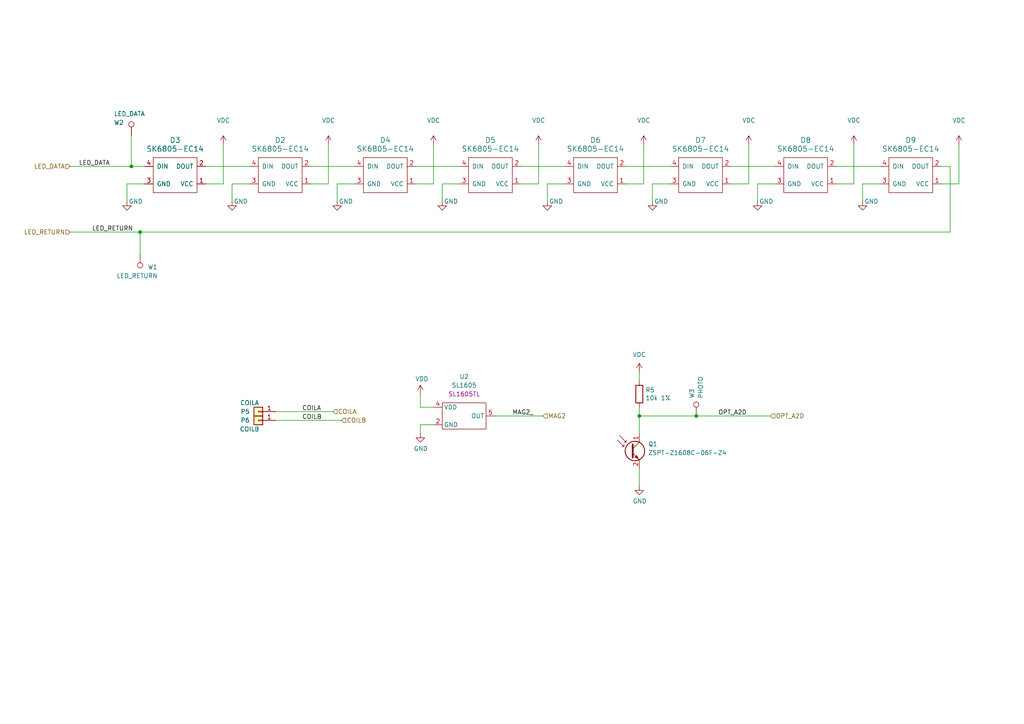
<source format=kicad_sch>
(kicad_sch (version 20250114) (generator "eeschema") (generator_version "9.0")
  (paper "A4")
  (title_block (title "Pixels D20 Schematic, Main") (date "2022-08-26") (rev "13") (company "Systemic Games, LLC") (comment 1 "LED Chain"))
  (lib_symbols
    (symbol "Connector_Generic:Conn_01x01" (pin_names (offset 1.016) (hide yes))
      (property "Reference" "J" (at 0 2.54 0))
      (property "Value" "Conn_01x01" (at 0 -2.54 0))
      (symbol "Conn_01x01_1_1"
        (rectangle (start -1.27 1.27) (end 1.27 -1.27) (stroke (width 0.254)) (fill (type background)))
        (rectangle (start -1.27 0.127) (end 0 -0.127) (stroke (width 0.1524)))
        (pin passive line (at -5.08 0 0) (length 3.81) (name "Pin_1") (number "1"))
      )
    )
    (symbol "Device:Q_Photo_NPN" (pin_names (offset 0) (hide yes))
      (property "Reference" "Q" (at 5.08 1.27 0))
      (property "Value" "Q_Photo_NPN" (at 5.08 -1.27 0))
      (symbol "Q_Photo_NPN_0_1"
        (polyline (pts (xy -3.81 3.175) (xy -1.905 1.27) (xy -1.905 1.905)))
        (polyline (pts (xy -3.175 4.445) (xy -1.27 2.54) (xy -1.27 3.175)))
        (polyline (pts (xy -1.905 1.27) (xy -2.54 1.27)))
        (polyline (pts (xy -1.27 2.54) (xy -1.905 2.54)))
        (polyline (pts (xy 0.635 1.905) (xy 0.635 -1.905) (xy 0.635 -1.905)) (stroke (width 0.508)))
        (polyline (pts (xy 0.635 0.635) (xy 2.54 2.54)))
        (polyline (pts (xy 0.635 -0.635) (xy 2.54 -2.54) (xy 2.54 -2.54)))
        (circle (center 1.27 0) (radius 2.8194) (stroke (width 0.254)))
        (polyline (pts (xy 1.27 -1.778) (xy 1.778 -1.27) (xy 2.286 -2.286) (xy 1.27 -1.778) (xy 1.27 -1.778)) (fill (type outline)))
      )
      (symbol "Q_Photo_NPN_1_1"
        (pin passive line (at 2.54 5.08 270) (length 2.54) (name "C") (number "1"))
        (pin passive line (at 2.54 -5.08 90) (length 2.54) (name "E") (number "2"))
      )
    )
    (symbol "Device:R" (pin_numbers (hide yes)) (pin_names (offset 0))
      (property "Reference" "R" (at 2.032 0 90))
      (property "Value" "R" (at 0 0 90))
      (symbol "R_0_1"
        (rectangle (start -1.016 -2.54) (end 1.016 2.54) (stroke (width 0.254)))
      )
      (symbol "R_1_1"
        (pin passive line (at 0 3.81 270) (length 1.27) (name "~") (number "1"))
        (pin passive line (at 0 -3.81 90) (length 1.27) (name "~") (number "2"))
      )
    )
    (symbol "Pixels-dice:SK6805-EC14" (pin_names (offset 1.016))
      (property "Reference" "D" (at 0 -6.35 0))
      (property "Value" "SK6805-EC14" (at 0 6.35 0))
      (symbol "SK6805-EC14_0_1"
        (rectangle (start -6.35 5.08) (end 6.35 -5.08))
      )
      (symbol "SK6805-EC14_1_1"
        (pin input line (at -8.89 2.54 0) (length 2.54) (name "DIN") (number "4"))
        (pin power_in line (at -8.89 -2.54 0) (length 2.54) (name "GND") (number "3"))
        (pin output line (at 8.89 2.54 180) (length 2.54) (name "DOUT") (number "2"))
        (pin power_in line (at 8.89 -2.54 180) (length 2.54) (name "VCC") (number "1"))
      )
    )
    (symbol "Pixels-dice:SL1605"
      (property "Reference" "U" (at 4.064 -5.08 0))
      (property "Value" "SL1605" (at 0 5.588 0))
      (symbol "SL1605_0_1"
        (rectangle (start -6.35 3.81) (end 6.35 -3.81))
      )
      (symbol "SL1605_1_1"
        (pin power_in line (at -8.89 2.54 0) (length 2.54) (name "VDD") (number "4"))
        (pin power_in line (at -8.89 -2.54 0) (length 2.54) (name "GND") (number "2"))
        (pin output line (at 8.89 0 180) (length 2.54) (name "OUT") (number "5"))
      )
    )
    (symbol "Pixels-dice:TEST_1P-conn" (pin_numbers (hide yes)) (pin_names (offset 0.762) (hide yes))
      (property "Reference" "W" (at 0 6.858 0))
      (property "Value" "TEST_1P-conn" (at 0 5.08 0))
      (symbol "TEST_1P-conn_0_1"
        (circle (center 0 3.302) (radius 0.762))
      )
      (symbol "TEST_1P-conn_1_1"
        (pin passive line (at 0 0 90) (length 2.54) (name "1") (number "1"))
      )
    )
    (symbol "power:GND" (power) (pin_names (offset 0))
      (property "Value" "GND" (at 0 -3.81 0))
      (symbol "GND_0_1"
        (polyline (pts (xy 0 0) (xy 0 -1.27) (xy 1.27 -1.27) (xy 0 -2.54) (xy -1.27 -1.27) (xy 0 -1.27)))
      )
      (symbol "GND_1_1"
        (pin power_in line (at 0 0 270) (length 0) (hide yes) (name "GND") (number "1"))
      )
    )
    (symbol "power:VDC" (power) (pin_names (offset 0))
      (property "Value" "VDC" (at 0 6.35 0))
      (symbol "VDC_0_1"
        (polyline (pts (xy -0.762 1.27) (xy 0 2.54)))
        (polyline (pts (xy 0 2.54) (xy 0.762 1.27)))
        (polyline (pts (xy 0 0) (xy 0 2.54)))
      )
      (symbol "VDC_1_1"
        (pin power_in line (at 0 0 90) (length 0) (hide yes) (name "VDC") (number "1"))
      )
    )
    (symbol "power:VDD" (power) (pin_names (offset 0))
      (property "Value" "VDD" (at 0 3.81 0))
      (symbol "VDD_0_1"
        (polyline (pts (xy -0.762 1.27) (xy 0 2.54)))
        (polyline (pts (xy 0 2.54) (xy 0.762 1.27)))
        (polyline (pts (xy 0 0) (xy 0 2.54)))
      )
      (symbol "VDD_1_1"
        (pin power_in line (at 0 0 90) (length 0) (hide yes) (name "VDD") (number "1"))
      )
    )
  )
  (junction (at 38.1 48.26))
  (junction (at 40.64 67.31))
  (junction (at 185.42 120.65))
  (junction (at 201.93 120.65))
  (wire (pts (xy 121.92 118.11) (xy 125.73 118.11)))
  (wire (pts (xy 212.09 48.26) (xy 224.79 48.26)))
  (wire (pts (xy 36.83 53.34) (xy 36.83 58.42)))
  (wire (pts (xy 275.59 48.26) (xy 273.05 48.26)))
  (wire (pts (xy 219.71 53.34) (xy 224.79 53.34)))
  (wire (pts (xy 128.27 53.34) (xy 133.35 53.34)))
  (wire (pts (xy 185.42 120.65) (xy 201.93 120.65)))
  (wire (pts (xy 67.31 53.34) (xy 67.31 58.42)))
  (wire (pts (xy 250.19 53.34) (xy 250.19 58.42)))
  (wire (pts (xy 186.69 41.91) (xy 186.69 53.34)))
  (wire (pts (xy 219.71 53.34) (xy 219.71 58.42)))
  (wire (pts (xy 247.65 41.91) (xy 247.65 53.34)))
  (wire (pts (xy 38.1 39.37) (xy 38.1 48.26)))
  (wire (pts (xy 97.79 53.34) (xy 102.87 53.34)))
  (wire (pts (xy 20.32 67.31) (xy 40.64 67.31)))
  (wire (pts (xy 158.75 53.34) (xy 158.75 58.42)))
  (wire (pts (xy 181.61 53.34) (xy 186.69 53.34)))
  (wire (pts (xy 185.42 135.89) (xy 185.42 140.97)))
  (wire (pts (xy 185.42 118.11) (xy 185.42 120.65)))
  (wire (pts (xy 36.83 53.34) (xy 41.91 53.34)))
  (wire (pts (xy 189.23 53.34) (xy 194.31 53.34)))
  (wire (pts (xy 242.57 48.26) (xy 255.27 48.26)))
  (wire (pts (xy 156.21 41.91) (xy 156.21 53.34)))
  (wire (pts (xy 151.13 48.26) (xy 163.83 48.26)))
  (wire (pts (xy 158.75 53.34) (xy 163.83 53.34)))
  (wire (pts (xy 185.42 107.95) (xy 185.42 110.49)))
  (wire (pts (xy 121.92 123.19) (xy 121.92 125.73)))
  (wire (pts (xy 80.01 119.38) (xy 96.52 119.38)))
  (wire (pts (xy 250.19 53.34) (xy 255.27 53.34)))
  (wire (pts (xy 38.1 48.26) (xy 41.91 48.26)))
  (wire (pts (xy 278.13 41.91) (xy 278.13 53.34)))
  (wire (pts (xy 80.01 121.92) (xy 99.06 121.92)))
  (wire (pts (xy 40.64 67.31) (xy 275.59 67.31)))
  (wire (pts (xy 120.65 53.34) (xy 125.73 53.34)))
  (wire (pts (xy 181.61 48.26) (xy 194.31 48.26)))
  (wire (pts (xy 189.23 53.34) (xy 189.23 58.42)))
  (wire (pts (xy 67.31 53.34) (xy 72.39 53.34)))
  (wire (pts (xy 143.51 120.65) (xy 157.48 120.65)))
  (wire (pts (xy 125.73 123.19) (xy 121.92 123.19)))
  (wire (pts (xy 95.25 41.91) (xy 95.25 53.34)))
  (wire (pts (xy 90.17 53.34) (xy 95.25 53.34)))
  (wire (pts (xy 273.05 53.34) (xy 278.13 53.34)))
  (wire (pts (xy 120.65 48.26) (xy 133.35 48.26)))
  (wire (pts (xy 125.73 41.91) (xy 125.73 53.34)))
  (wire (pts (xy 59.69 48.26) (xy 72.39 48.26)))
  (wire (pts (xy 275.59 67.31) (xy 275.59 48.26)))
  (wire (pts (xy 212.09 53.34) (xy 217.17 53.34)))
  (wire (pts (xy 20.32 48.26) (xy 38.1 48.26)))
  (wire (pts (xy 59.69 53.34) (xy 64.77 53.34)))
  (wire (pts (xy 185.42 120.65) (xy 185.42 125.73)))
  (wire (pts (xy 128.27 53.34) (xy 128.27 58.42)))
  (wire (pts (xy 40.64 67.31) (xy 40.64 73.66)))
  (wire (pts (xy 64.77 41.91) (xy 64.77 53.34)))
  (wire (pts (xy 121.92 114.3) (xy 121.92 118.11)))
  (wire (pts (xy 242.57 53.34) (xy 247.65 53.34)))
  (wire (pts (xy 217.17 41.91) (xy 217.17 53.34)))
  (wire (pts (xy 151.13 53.34) (xy 156.21 53.34)))
  (wire (pts (xy 201.93 120.65) (xy 223.52 120.65)))
  (wire (pts (xy 90.17 48.26) (xy 102.87 48.26)))
  (wire (pts (xy 97.79 53.34) (xy 97.79 58.42)))
  (label "OPT_A2D" (at 208.28 120.65 0))
  (label "LED_RETURN" (at 26.67 67.31 0))
  (label "COILA" (at 87.63 119.38 0))
  (label "LED_DATA" (at 22.86 48.26 0))
  (label "COILB" (at 87.63 121.92 0))
  (label "MAG2_" (at 148.59 120.65 0))
  (hierarchical_label "LED_DATA" (shape input) (at 20.32 48.26 180))
  (hierarchical_label "OPT_A2D" (shape input) (at 223.52 120.65 0))
  (hierarchical_label "MAG2" (shape input) (at 157.48 120.65 0))
  (hierarchical_label "COILB" (shape input) (at 99.06 121.92 0))
  (hierarchical_label "LED_RETURN" (shape input) (at 20.32 67.31 180))
  (hierarchical_label "COILA" (shape input) (at 96.52 119.38 0))
  (symbol (lib_id "Pixels-dice:TEST_1P-conn") (at 38.1 39.37 0) (unit 1) (in_bom no)
    (property "Reference" "W2" (at 33.02 35.56 0) (effects (justify left)))
    (property "Value" "LED_DATA" (at 33.02 33.02 0) (effects (justify left)))
    (property "Footprint" "Pixels-dice:TEST_PIN" (effects (hide yes)))
    (property "Generic OK" "N/A" (effects (hide yes)))
  )
  (symbol (lib_id "power:VDC") (at 64.77 41.91 0) (unit 1)
    (property "Reference" "#PWR0103" (effects (hide yes)))
    (property "Value" "VDC" (at 64.77 34.925 0))
  )
  (symbol (lib_id "power:GND") (at 36.83 58.42 0) (unit 1)
    (property "Reference" "#PWR0105" (effects (hide yes)))
    (property "Value" "GND" (at 39.37 58.42 0))
  )
  (symbol (lib_id "power:VDC") (at 278.13 41.91 0) (unit 1)
    (property "Reference" "#PWR070" (effects (hide yes)))
    (property "Value" "VDC" (at 278.13 34.925 0))
  )
  (symbol (lib_id "Pixels-dice:SK6805-EC14") (at 50.8 50.8 0) (unit 1)
    (property "Reference" "D3" (at 50.8 40.64 0) (effects (font (size 1.524 1.524))))
    (property "Value" "SK6805-EC14" (at 50.8 43.18 0) (effects (font (size 1.524 1.524))))
    (property "Footprint" "Pixels-dice:SK6805-EC14" (effects (hide yes)))
    (property "Manufacturer" "OPSCO Optoelectronics" (effects (hide yes)))
    (property "Part Number" "SK6805-EC14" (effects (hide yes)))
    (property "LCSC Part #" "C2909055" (effects (hide yes)))
  )
  (symbol (lib_id "Device:R") (at 185.42 114.3 0) (unit 1)
    (property "Reference" "R5" (at 187.198 113.1316 0) (effects (justify left)))
    (property "Value" "10k 1%" (at 187.198 115.443 0) (effects (justify left)))
    (property "Footprint" "Resistor_SMD:R_0201_0603Metric" (effects (hide yes)))
    (property "Generic OK" "YES" (effects (hide yes)))
    (property "Manufacturer" "UNI-ROYAL(Uniroyal Elec)" (effects (hide yes)))
    (property "Part Number" "0201WMF1002TEE" (effects (hide yes)))
    (property "LCSC Part #" "C473048" (effects (hide yes)))
  )
  (symbol (lib_id "power:VDC") (at 95.25 41.91 0) (unit 1)
    (property "Reference" "#PWR047" (effects (hide yes)))
    (property "Value" "VDC" (at 95.25 34.925 0))
  )
  (symbol (lib_id "power:VDC") (at 185.42 107.95 0) (unit 1)
    (property "Reference" "#PWR072" (effects (hide yes)))
    (property "Value" "VDC" (at 185.42 102.87 0))
    (property "Description" "Power symbol creates a global label with name \"VDC\"" (effects (hide yes)))
  )
  (symbol (lib_id "power:GND") (at 67.31 58.42 0) (unit 1)
    (property "Reference" "#PWR046" (effects (hide yes)))
    (property "Value" "GND" (at 69.85 58.42 0))
  )
  (symbol (lib_id "power:VDC") (at 156.21 41.91 0) (unit 1)
    (property "Reference" "#PWR062" (effects (hide yes)))
    (property "Value" "VDC" (at 156.21 34.925 0))
  )
  (symbol (lib_id "power:GND") (at 158.75 58.42 0) (unit 1)
    (property "Reference" "#PWR063" (effects (hide yes)))
    (property "Value" "GND" (at 161.29 58.42 0))
  )
  (symbol (lib_id "power:GND") (at 121.92 125.73 0) (unit 1)
    (property "Reference" "#PWR071" (effects (hide yes)))
    (property "Value" "GND" (at 122.047 130.1242 0))
  )
  (symbol (lib_id "power:VDC") (at 186.69 41.91 0) (unit 1)
    (property "Reference" "#PWR064" (effects (hide yes)))
    (property "Value" "VDC" (at 186.69 34.925 0))
  )
  (symbol (lib_id "Pixels-dice:SK6805-EC14") (at 172.72 50.8 0) (unit 1)
    (property "Reference" "D6" (at 172.72 40.64 0) (effects (font (size 1.524 1.524))))
    (property "Value" "SK6805-EC14" (at 172.72 43.18 0) (effects (font (size 1.524 1.524))))
    (property "Footprint" "Pixels-dice:SK6805-EC14" (effects (hide yes)))
    (property "Manufacturer" "OPSCO Optoelectronics" (effects (hide yes)))
    (property "Part Number" "SK6805-EC14" (effects (hide yes)))
    (property "LCSC Part #" "C2909055" (effects (hide yes)))
  )
  (symbol (lib_id "Pixels-dice:SK6805-EC14") (at 264.16 50.8 0) (unit 1)
    (property "Reference" "D9" (at 264.16 40.64 0) (effects (font (size 1.524 1.524))))
    (property "Value" "SK6805-EC14" (at 264.16 43.18 0) (effects (font (size 1.524 1.524))))
    (property "Footprint" "Pixels-dice:SK6805-EC14" (effects (hide yes)))
    (property "Manufacturer" "OPSCO Optoelectronics" (effects (hide yes)))
    (property "Part Number" "SK6805-EC14" (effects (hide yes)))
    (property "LCSC Part #" "C2909055" (effects (hide yes)))
  )
  (symbol (lib_id "Pixels-dice:SK6805-EC14") (at 233.68 50.8 0) (unit 1)
    (property "Reference" "D8" (at 233.68 40.64 0) (effects (font (size 1.524 1.524))))
    (property "Value" "SK6805-EC14" (at 233.68 43.18 0) (effects (font (size 1.524 1.524))))
    (property "Footprint" "Pixels-dice:SK6805-EC14" (effects (hide yes)))
    (property "Manufacturer" "OPSCO Optoelectronics" (effects (hide yes)))
    (property "Part Number" "SK6805-EC14" (effects (hide yes)))
    (property "LCSC Part #" "C2909055" (effects (hide yes)))
  )
  (symbol (lib_id "power:GND") (at 250.19 58.42 0) (unit 1)
    (property "Reference" "#PWR069" (effects (hide yes)))
    (property "Value" "GND" (at 252.73 58.42 0))
  )
  (symbol (lib_id "Pixels-dice:TEST_1P-conn") (at 201.93 120.65 0) (unit 1) (in_bom no)
    (property "Reference" "W3" (at 200.66 115.57 90) (effects (justify left)))
    (property "Value" "PHOTO" (at 203.2 115.57 90) (effects (justify left)))
    (property "Footprint" "Pixels-dice:TEST_PIN" (effects (hide yes)))
    (property "Generic OK" "N/A" (effects (hide yes)))
  )
  (symbol (lib_id "Pixels-dice:SK6805-EC14") (at 111.76 50.8 0) (unit 1)
    (property "Reference" "D4" (at 111.76 40.64 0) (effects (font (size 1.524 1.524))))
    (property "Value" "SK6805-EC14" (at 111.76 43.18 0) (effects (font (size 1.524 1.524))))
    (property "Footprint" "Pixels-dice:SK6805-EC14" (effects (hide yes)))
    (property "Manufacturer" "OPSCO Optoelectronics" (effects (hide yes)))
    (property "Part Number" "SK6805-EC14" (effects (hide yes)))
    (property "LCSC Part #" "C2909055" (effects (hide yes)))
  )
  (symbol (lib_id "power:GND") (at 128.27 58.42 0) (unit 1)
    (property "Reference" "#PWR061" (effects (hide yes)))
    (property "Value" "GND" (at 130.81 58.42 0))
  )
  (symbol (lib_id "power:VDD") (at 121.92 114.3 0) (unit 1)
    (property "Reference" "#PWR015" (effects (hide yes)))
    (property "Value" "VDD" (at 122.3518 109.9058 0))
  )
  (symbol (lib_id "power:VDC") (at 247.65 41.91 0) (unit 1)
    (property "Reference" "#PWR068" (effects (hide yes)))
    (property "Value" "VDC" (at 247.65 34.925 0))
  )
  (symbol (lib_id "Pixels-dice:SK6805-EC14") (at 203.2 50.8 0) (unit 1)
    (property "Reference" "D7" (at 203.2 40.64 0) (effects (font (size 1.524 1.524))))
    (property "Value" "SK6805-EC14" (at 203.2 43.18 0) (effects (font (size 1.524 1.524))))
    (property "Footprint" "Pixels-dice:SK6805-EC14" (effects (hide yes)))
    (property "Manufacturer" "OPSCO Optoelectronics" (effects (hide yes)))
    (property "Part Number" "SK6805-EC14" (effects (hide yes)))
    (property "LCSC Part #" "C2909055" (effects (hide yes)))
  )
  (symbol (lib_id "power:VDC") (at 217.17 41.91 0) (unit 1)
    (property "Reference" "#PWR066" (effects (hide yes)))
    (property "Value" "VDC" (at 217.17 34.925 0))
  )
  (symbol (lib_id "power:GND") (at 97.79 58.42 0) (unit 1)
    (property "Reference" "#PWR055" (effects (hide yes)))
    (property "Value" "GND" (at 100.33 58.42 0))
  )
  (symbol (lib_id "Pixels-dice:TEST_1P-conn") (at 40.64 73.66 180) (unit 1) (in_bom no)
    (property "Reference" "W1" (at 45.72 77.47 0) (effects (justify left)))
    (property "Value" "LED_RETURN" (at 45.72 80.01 0) (effects (justify left)))
    (property "Footprint" "Pixels-dice:TEST_PIN" (effects (hide yes)))
    (property "Generic OK" "N/A" (effects (hide yes)))
  )
  (symbol (lib_id "power:VDC") (at 125.73 41.91 0) (unit 1)
    (property "Reference" "#PWR056" (effects (hide yes)))
    (property "Value" "VDC" (at 125.73 34.925 0))
  )
  (symbol (lib_id "Connector_Generic:Conn_01x01") (at 74.93 121.92 180) (unit 1) (in_bom no)
    (property "Reference" "P6" (at 71.12 121.92 0))
    (property "Value" "COILB" (at 72.39 124.46 0))
    (property "Footprint" "Pixels-dice:TestPoint_THTPad_D1.5mm_Drill0.7mm_nosilk" (effects (hide yes)))
    (property "Generic OK" "N/A" (effects (hide yes)))
  )
  (symbol (lib_id "Connector_Generic:Conn_01x01") (at 74.93 119.38 180) (unit 1) (in_bom no)
    (property "Reference" "P5" (at 71.12 119.38 0))
    (property "Value" "COILA" (at 72.39 116.84 0))
    (property "Footprint" "Pixels-dice:TestPoint_THTPad_D1.5mm_Drill0.7mm_nosilk" (effects (hide yes)))
    (property "Generic OK" "N/A" (effects (hide yes)))
  )
  (symbol (lib_id "Device:Q_Photo_NPN") (at 182.88 130.81 0) (unit 1)
    (property "Reference" "Q1" (at 187.96 128.7906 0) (effects (justify left)))
    (property "Value" "ZSPT-Z1608C-06F-Z4" (at 187.96 131.3306 0) (effects (justify left)))
    (property "Footprint" "Diode_SMD:D_0603_1608Metric" (effects (hide yes)))
    (property "Description" "NPN phototransistor, collector/emitter" (effects (hide yes)))
    (property "Manufacturer" "Chau Light" (effects (hide yes)))
    (property "Part Number" "ZSPT-Z1608C-06F-Z4" (effects (hide yes)))
    (property "LCSC Part #" "C5337512" (effects (hide yes)))
  )
  (symbol (lib_id "Pixels-dice:SK6805-EC14") (at 81.28 50.8 0) (unit 1)
    (property "Reference" "D2" (at 81.28 40.64 0) (effects (font (size 1.524 1.524))))
    (property "Value" "SK6805-EC14" (at 81.28 43.18 0) (effects (font (size 1.524 1.524))))
    (property "Footprint" "Pixels-dice:SK6805-EC14" (effects (hide yes)))
    (property "Manufacturer" "OPSCO Optoelectronics" (effects (hide yes)))
    (property "Part Number" "SK6805-EC14" (effects (hide yes)))
    (property "LCSC Part #" "C2909055" (effects (hide yes)))
  )
  (symbol (lib_id "power:GND") (at 189.23 58.42 0) (unit 1)
    (property "Reference" "#PWR065" (effects (hide yes)))
    (property "Value" "GND" (at 191.77 58.42 0))
  )
  (symbol (lib_id "power:GND") (at 185.42 140.97 0) (unit 1)
    (property "Reference" "#PWR073" (effects (hide yes)))
    (property "Value" "GND" (at 185.547 145.3642 0))
  )
  (symbol (lib_id "Pixels-dice:SL1605") (at 134.62 120.65 0) (unit 1)
    (property "Reference" "U2" (at 134.62 109.22 0))
    (property "Value" "SL1605" (at 134.62 111.76 0))
    (property "Footprint" "Package_TO_SOT_SMD:SOT-553" (effects (hide yes)))
    (property "Manufacturer" "Slkor(SLKORMICRO Elec.)" (effects (hide yes)))
    (property "Part Number" "SL1605TL" (at 134.62 114.3 0))
    (property "LCSC Part #" "C2826474" (effects (hide yes)))
  )
  (symbol (lib_id "power:GND") (at 219.71 58.42 0) (unit 1)
    (property "Reference" "#PWR067" (effects (hide yes)))
    (property "Value" "GND" (at 222.25 58.42 0))
  )
  (symbol (lib_id "Pixels-dice:SK6805-EC14") (at 142.24 50.8 0) (unit 1)
    (property "Reference" "D5" (at 142.24 40.64 0) (effects (font (size 1.524 1.524))))
    (property "Value" "SK6805-EC14" (at 142.24 43.18 0) (effects (font (size 1.524 1.524))))
    (property "Footprint" "Pixels-dice:SK6805-EC14" (effects (hide yes)))
    (property "Manufacturer" "OPSCO Optoelectronics" (effects (hide yes)))
    (property "Part Number" "SK6805-EC14" (effects (hide yes)))
    (property "LCSC Part #" "C2909055" (effects (hide yes)))
  )
)
</source>
